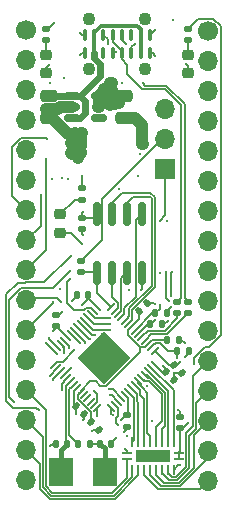
<source format=gbr>
%TF.GenerationSoftware,KiCad,Pcbnew,8.0.2-1*%
%TF.CreationDate,2024-05-26T22:58:53-07:00*%
%TF.ProjectId,PicoROM,5069636f-524f-44d2-9e6b-696361645f70,1.1*%
%TF.SameCoordinates,Original*%
%TF.FileFunction,Copper,L1,Top*%
%TF.FilePolarity,Positive*%
%FSLAX46Y46*%
G04 Gerber Fmt 4.6, Leading zero omitted, Abs format (unit mm)*
G04 Created by KiCad (PCBNEW 8.0.2-1) date 2024-05-26 22:58:53*
%MOMM*%
%LPD*%
G01*
G04 APERTURE LIST*
G04 Aperture macros list*
%AMRoundRect*
0 Rectangle with rounded corners*
0 $1 Rounding radius*
0 $2 $3 $4 $5 $6 $7 $8 $9 X,Y pos of 4 corners*
0 Add a 4 corners polygon primitive as box body*
4,1,4,$2,$3,$4,$5,$6,$7,$8,$9,$2,$3,0*
0 Add four circle primitives for the rounded corners*
1,1,$1+$1,$2,$3*
1,1,$1+$1,$4,$5*
1,1,$1+$1,$6,$7*
1,1,$1+$1,$8,$9*
0 Add four rect primitives between the rounded corners*
20,1,$1+$1,$2,$3,$4,$5,0*
20,1,$1+$1,$4,$5,$6,$7,0*
20,1,$1+$1,$6,$7,$8,$9,0*
20,1,$1+$1,$8,$9,$2,$3,0*%
G04 Aperture macros list end*
%TA.AperFunction,SMDPad,CuDef*%
%ADD10RoundRect,0.218750X0.256250X-0.218750X0.256250X0.218750X-0.256250X0.218750X-0.256250X-0.218750X0*%
%TD*%
%TA.AperFunction,SMDPad,CuDef*%
%ADD11RoundRect,0.140000X-0.170000X0.140000X-0.170000X-0.140000X0.170000X-0.140000X0.170000X0.140000X0*%
%TD*%
%TA.AperFunction,SMDPad,CuDef*%
%ADD12R,2.000000X2.400000*%
%TD*%
%TA.AperFunction,SMDPad,CuDef*%
%ADD13RoundRect,0.140000X0.170000X-0.140000X0.170000X0.140000X-0.170000X0.140000X-0.170000X-0.140000X0*%
%TD*%
%TA.AperFunction,SMDPad,CuDef*%
%ADD14RoundRect,0.050000X-0.309359X0.238649X0.238649X-0.309359X0.309359X-0.238649X-0.238649X0.309359X0*%
%TD*%
%TA.AperFunction,SMDPad,CuDef*%
%ADD15RoundRect,0.050000X-0.309359X-0.238649X-0.238649X-0.309359X0.309359X0.238649X0.238649X0.309359X0*%
%TD*%
%TA.AperFunction,ComponentPad*%
%ADD16C,0.600000*%
%TD*%
%TA.AperFunction,SMDPad,CuDef*%
%ADD17RoundRect,0.144000X-2.059095X0.000000X0.000000X-2.059095X2.059095X0.000000X0.000000X2.059095X0*%
%TD*%
%TA.AperFunction,SMDPad,CuDef*%
%ADD18RoundRect,0.140000X-0.140000X-0.170000X0.140000X-0.170000X0.140000X0.170000X-0.140000X0.170000X0*%
%TD*%
%TA.AperFunction,SMDPad,CuDef*%
%ADD19RoundRect,0.150000X0.150000X-0.825000X0.150000X0.825000X-0.150000X0.825000X-0.150000X-0.825000X0*%
%TD*%
%TA.AperFunction,SMDPad,CuDef*%
%ADD20RoundRect,0.075000X0.075000X0.425000X-0.075000X0.425000X-0.075000X-0.425000X0.075000X-0.425000X0*%
%TD*%
%TA.AperFunction,ComponentPad*%
%ADD21C,1.100000*%
%TD*%
%TA.AperFunction,SMDPad,CuDef*%
%ADD22RoundRect,0.150000X-0.512500X-0.150000X0.512500X-0.150000X0.512500X0.150000X-0.512500X0.150000X0*%
%TD*%
%TA.AperFunction,SMDPad,CuDef*%
%ADD23RoundRect,0.250000X-0.475000X0.250000X-0.475000X-0.250000X0.475000X-0.250000X0.475000X0.250000X0*%
%TD*%
%TA.AperFunction,SMDPad,CuDef*%
%ADD24RoundRect,0.140000X-0.219203X-0.021213X-0.021213X-0.219203X0.219203X0.021213X0.021213X0.219203X0*%
%TD*%
%TA.AperFunction,SMDPad,CuDef*%
%ADD25RoundRect,0.140000X0.140000X0.170000X-0.140000X0.170000X-0.140000X-0.170000X0.140000X-0.170000X0*%
%TD*%
%TA.AperFunction,SMDPad,CuDef*%
%ADD26RoundRect,0.140000X0.021213X-0.219203X0.219203X-0.021213X-0.021213X0.219203X-0.219203X0.021213X0*%
%TD*%
%TA.AperFunction,ComponentPad*%
%ADD27R,1.700000X1.700000*%
%TD*%
%TA.AperFunction,ComponentPad*%
%ADD28O,1.700000X1.700000*%
%TD*%
%TA.AperFunction,SMDPad,CuDef*%
%ADD29RoundRect,0.062500X-0.350000X0.062500X-0.350000X-0.062500X0.350000X-0.062500X0.350000X0.062500X0*%
%TD*%
%TA.AperFunction,SMDPad,CuDef*%
%ADD30RoundRect,0.062500X-0.062500X0.350000X-0.062500X-0.350000X0.062500X-0.350000X0.062500X0.350000X0*%
%TD*%
%TA.AperFunction,SMDPad,CuDef*%
%ADD31R,3.000000X1.000000*%
%TD*%
%TA.AperFunction,ComponentPad*%
%ADD32C,1.700000*%
%TD*%
%TA.AperFunction,ViaPad*%
%ADD33C,0.300000*%
%TD*%
%TA.AperFunction,Conductor*%
%ADD34C,0.150000*%
%TD*%
%TA.AperFunction,Conductor*%
%ADD35C,1.000000*%
%TD*%
%TA.AperFunction,Conductor*%
%ADD36C,0.300000*%
%TD*%
%TA.AperFunction,Conductor*%
%ADD37C,0.600000*%
%TD*%
%TA.AperFunction,Conductor*%
%ADD38C,0.400000*%
%TD*%
%TA.AperFunction,Conductor*%
%ADD39C,0.176500*%
%TD*%
G04 APERTURE END LIST*
D10*
%TO.P,D2,1,K*%
%TO.N,GND*%
X-34505000Y52112500D03*
%TO.P,D2,2,A*%
%TO.N,Net-(D2-A)*%
X-34505000Y53687500D03*
%TD*%
D11*
%TO.P,C12,1*%
%TO.N,+3V3*%
X-39695000Y23170000D03*
%TO.P,C12,2*%
%TO.N,GND*%
X-39695000Y22210000D03*
%TD*%
D12*
%TO.P,Y1,1,1*%
%TO.N,/XIN*%
X-45255000Y18400000D03*
%TO.P,Y1,2,2*%
%TO.N,Net-(C3-Pad1)*%
X-41555000Y18400000D03*
%TD*%
D13*
%TO.P,C17,1*%
%TO.N,+3V3*%
X-45655000Y30710000D03*
%TO.P,C17,2*%
%TO.N,GND*%
X-45655000Y31670000D03*
%TD*%
%TO.P,R2,1*%
%TO.N,Net-(D4-A)*%
X-46505000Y54920000D03*
%TO.P,R2,2*%
%TO.N,/INFO_LED2*%
X-46505000Y55880000D03*
%TD*%
%TO.P,R9,1*%
%TO.N,Net-(D1-A)*%
X-43505000Y41420000D03*
%TO.P,R9,2*%
%TO.N,+3V3*%
X-43505000Y42380000D03*
%TD*%
D11*
%TO.P,R4,1*%
%TO.N,/USB_D-*%
X-34475000Y32760000D03*
%TO.P,R4,2*%
%TO.N,Net-(U3-USB_DM)*%
X-34475000Y31800000D03*
%TD*%
D13*
%TO.P,R10,1*%
%TO.N,Net-(D2-A)*%
X-34505000Y54920000D03*
%TO.P,R10,2*%
%TO.N,/INFO_LED1*%
X-34505000Y55880000D03*
%TD*%
D10*
%TO.P,D1,1,K*%
%TO.N,GND*%
X-45305000Y38612500D03*
%TO.P,D1,2,A*%
%TO.N,Net-(D1-A)*%
X-45305000Y40187500D03*
%TD*%
D14*
%TO.P,U3,1,IOVDD*%
%TO.N,+3V3*%
X-42168265Y32297279D03*
%TO.P,U3,2,GPIO0*%
%TO.N,/A0*%
X-42451108Y32014436D03*
%TO.P,U3,3,GPIO1*%
%TO.N,/A1*%
X-42733950Y31731594D03*
%TO.P,U3,4,GPIO2*%
%TO.N,/A2*%
X-43016793Y31448751D03*
%TO.P,U3,5,GPIO3*%
%TO.N,/A3*%
X-43299636Y31165908D03*
%TO.P,U3,6,GPIO4*%
%TO.N,/A4*%
X-43582478Y30883066D03*
%TO.P,U3,7,GPIO5*%
%TO.N,/A5*%
X-43865321Y30600223D03*
%TO.P,U3,8,GPIO6*%
%TO.N,/A6*%
X-44148164Y30317380D03*
%TO.P,U3,9,GPIO7*%
%TO.N,/A7*%
X-44431007Y30034537D03*
%TO.P,U3,10,IOVDD*%
%TO.N,+3V3*%
X-44713849Y29751695D03*
%TO.P,U3,11,GPIO8*%
%TO.N,/A8*%
X-44996692Y29468852D03*
%TO.P,U3,12,GPIO9*%
%TO.N,/A9*%
X-45279535Y29186009D03*
%TO.P,U3,13,GPIO10*%
%TO.N,/A10*%
X-45562377Y28903167D03*
%TO.P,U3,14,GPIO11*%
%TO.N,/A11*%
X-45845220Y28620324D03*
D15*
%TO.P,U3,15,GPIO12*%
%TO.N,/A12*%
X-45845220Y27435920D03*
%TO.P,U3,16,GPIO13*%
%TO.N,/A13*%
X-45562377Y27153077D03*
%TO.P,U3,17,GPIO14*%
%TO.N,/A14*%
X-45279535Y26870235D03*
%TO.P,U3,18,GPIO15*%
%TO.N,/A15*%
X-44996692Y26587392D03*
%TO.P,U3,19,TESTEN*%
%TO.N,GND*%
X-44713849Y26304549D03*
%TO.P,U3,20,XIN*%
%TO.N,/XIN*%
X-44431007Y26021707D03*
%TO.P,U3,21,XOUT*%
%TO.N,/XOUT*%
X-44148164Y25738864D03*
%TO.P,U3,22,IOVDD*%
%TO.N,+3V3*%
X-43865321Y25456021D03*
%TO.P,U3,23,DVDD*%
%TO.N,+1V1*%
X-43582478Y25173178D03*
%TO.P,U3,24,SWCLK*%
%TO.N,unconnected-(U3-SWCLK-Pad24)*%
X-43299636Y24890336D03*
%TO.P,U3,25,SWD*%
%TO.N,unconnected-(U3-SWD-Pad25)*%
X-43016793Y24607493D03*
%TO.P,U3,26,RUN*%
%TO.N,unconnected-(U3-RUN-Pad26)*%
X-42733950Y24324650D03*
%TO.P,U3,27,GPIO16*%
%TO.N,/A16*%
X-42451108Y24041808D03*
%TO.P,U3,28,GPIO17*%
%TO.N,/A17*%
X-42168265Y23758965D03*
D14*
%TO.P,U3,29,GPIO18*%
%TO.N,/IO_EXPAND*%
X-40983861Y23758965D03*
%TO.P,U3,30,GPIO19*%
%TO.N,/~{BUF_OE}*%
X-40701018Y24041808D03*
%TO.P,U3,31,GPIO20*%
%TO.N,/~{OE}*%
X-40418176Y24324650D03*
%TO.P,U3,32,GPIO21*%
%TO.N,/~{CE}*%
X-40135333Y24607493D03*
%TO.P,U3,33,IOVDD*%
%TO.N,+3V3*%
X-39852490Y24890336D03*
%TO.P,U3,34,GPIO22*%
%TO.N,/D0*%
X-39569648Y25173178D03*
%TO.P,U3,35,GPIO23*%
%TO.N,/D1*%
X-39286805Y25456021D03*
%TO.P,U3,36,GPIO24*%
%TO.N,/D2*%
X-39003962Y25738864D03*
%TO.P,U3,37,GPIO25*%
%TO.N,/D3*%
X-38721119Y26021707D03*
%TO.P,U3,38,GPIO26_ADC0*%
%TO.N,/D4*%
X-38438277Y26304549D03*
%TO.P,U3,39,GPIO27_ADC1*%
%TO.N,/D5*%
X-38155434Y26587392D03*
%TO.P,U3,40,GPIO28_ADC2*%
%TO.N,/D6*%
X-37872591Y26870235D03*
%TO.P,U3,41,GPIO29_ADC3*%
%TO.N,/D7*%
X-37589749Y27153077D03*
%TO.P,U3,42,IOVDD*%
%TO.N,+3V3*%
X-37306906Y27435920D03*
D15*
%TO.P,U3,43,ADC_AVDD*%
X-37306906Y28620324D03*
%TO.P,U3,44,VREG_IN*%
X-37589749Y28903167D03*
%TO.P,U3,45,VREG_VOUT*%
%TO.N,+1V1*%
X-37872591Y29186009D03*
%TO.P,U3,46,USB_DM*%
%TO.N,Net-(U3-USB_DM)*%
X-38155434Y29468852D03*
%TO.P,U3,47,USB_DP*%
%TO.N,Net-(U3-USB_DP)*%
X-38438277Y29751695D03*
%TO.P,U3,48,USB_VDD*%
%TO.N,+3V3*%
X-38721119Y30034537D03*
%TO.P,U3,49,IOVDD*%
X-39003962Y30317380D03*
%TO.P,U3,50,DVDD*%
%TO.N,+1V1*%
X-39286805Y30600223D03*
%TO.P,U3,51,QSPI_SD3*%
%TO.N,/QSPI_SD3*%
X-39569648Y30883066D03*
%TO.P,U3,52,QSPI_SCLK*%
%TO.N,/QSPI_SCLK*%
X-39852490Y31165908D03*
%TO.P,U3,53,QSPI_SD0*%
%TO.N,/QSPI_SD0*%
X-40135333Y31448751D03*
%TO.P,U3,54,QSPI_SD2*%
%TO.N,/QSPI_SD2*%
X-40418176Y31731594D03*
%TO.P,U3,55,QSPI_SD1*%
%TO.N,/QSPI_SD1*%
X-40701018Y32014436D03*
%TO.P,U3,56,QSPI_SS*%
%TO.N,/QSPI_SS*%
X-40983861Y32297279D03*
D16*
%TO.P,U3,57,GND*%
%TO.N,GND*%
X-41576063Y29831244D03*
X-42477624Y28929683D03*
X-43379185Y28028122D03*
X-40674502Y28929683D03*
X-41576063Y28028122D03*
D17*
X-41576063Y28028122D03*
D16*
X-42477624Y27126561D03*
X-39772941Y28028122D03*
X-40674502Y27126561D03*
X-41576063Y26225000D03*
%TD*%
D18*
%TO.P,R5,1*%
%TO.N,/XOUT*%
X-43785000Y20770000D03*
%TO.P,R5,2*%
%TO.N,Net-(C3-Pad1)*%
X-42825000Y20770000D03*
%TD*%
D19*
%TO.P,U2,1,~{CS}*%
%TO.N,/QSPI_SS*%
X-42230000Y35235000D03*
%TO.P,U2,2,DO(IO1)*%
%TO.N,/QSPI_SD1*%
X-40960000Y35235000D03*
%TO.P,U2,3,IO2*%
%TO.N,/QSPI_SD2*%
X-39690000Y35235000D03*
%TO.P,U2,4,GND*%
%TO.N,GND*%
X-38420000Y35235000D03*
%TO.P,U2,5,DI(IO0)*%
%TO.N,/QSPI_SD0*%
X-38420000Y40185000D03*
%TO.P,U2,6,CLK*%
%TO.N,/QSPI_SCLK*%
X-39690000Y40185000D03*
%TO.P,U2,7,IO3*%
%TO.N,/QSPI_SD3*%
X-40960000Y40185000D03*
%TO.P,U2,8,VCC*%
%TO.N,+3V3*%
X-42230000Y40185000D03*
%TD*%
D18*
%TO.P,C10,1*%
%TO.N,+3V3*%
X-35395000Y28620000D03*
%TO.P,C10,2*%
%TO.N,GND*%
X-34435000Y28620000D03*
%TD*%
D20*
%TO.P,J1,A1,GND*%
%TO.N,GND*%
X-37725000Y53840000D03*
%TO.P,J1,A4,VBUS*%
%TO.N,/VBUS*%
X-38515000Y53840000D03*
%TO.P,J1,A5,CC1*%
%TO.N,Net-(J1-CC1)*%
X-39305000Y53840000D03*
%TO.P,J1,A6,D+*%
%TO.N,/USB_D+*%
X-40095000Y53840000D03*
%TO.P,J1,A7,D-*%
%TO.N,/USB_D-*%
X-40885000Y53840000D03*
%TO.P,J1,A8,SBU1*%
%TO.N,unconnected-(J1-SBU1-PadA8)*%
X-41675000Y53840000D03*
%TO.P,J1,A9,VBUS*%
%TO.N,/VBUS*%
X-42465000Y53840000D03*
%TO.P,J1,A12,GND*%
%TO.N,GND*%
X-43255000Y53840000D03*
%TO.P,J1,B1,GND*%
X-43255000Y55360000D03*
%TO.P,J1,B4,VBUS*%
%TO.N,/VBUS*%
X-42465000Y55360000D03*
%TO.P,J1,B5,CC2*%
%TO.N,Net-(J1-CC2)*%
X-41675000Y55360000D03*
%TO.P,J1,B6,D+*%
%TO.N,/USB_D+*%
X-40885000Y55360000D03*
%TO.P,J1,B7,D-*%
%TO.N,/USB_D-*%
X-40095000Y55360000D03*
%TO.P,J1,B8,SBU2*%
%TO.N,unconnected-(J1-SBU2-PadB8)*%
X-39305000Y55360000D03*
%TO.P,J1,B9,VBUS*%
%TO.N,/VBUS*%
X-38515000Y55360000D03*
%TO.P,J1,B12,GND*%
%TO.N,GND*%
X-37725000Y55360000D03*
D21*
%TO.P,J1,S1,SHIELD*%
X-38105000Y52450000D03*
X-38105000Y56750000D03*
X-42905000Y52450000D03*
X-42905000Y56750000D03*
%TD*%
D18*
%TO.P,C8,1*%
%TO.N,+1V1*%
X-36255000Y29540000D03*
%TO.P,C8,2*%
%TO.N,GND*%
X-35295000Y29540000D03*
%TD*%
%TO.P,C3,1*%
%TO.N,Net-(C3-Pad1)*%
X-41955000Y20760000D03*
%TO.P,C3,2*%
%TO.N,GND*%
X-40995000Y20760000D03*
%TD*%
D22*
%TO.P,U1,1,VIN*%
%TO.N,/VBUS*%
X-44282500Y50200000D03*
%TO.P,U1,2,GND*%
%TO.N,GND*%
X-44282500Y49250000D03*
%TO.P,U1,3,EN*%
%TO.N,/VBUS*%
X-44282500Y48300000D03*
%TO.P,U1,4,NC*%
%TO.N,unconnected-(U1-NC-Pad4)*%
X-42007500Y48300000D03*
%TO.P,U1,5,VOUT*%
%TO.N,+3V3*%
X-42007500Y50200000D03*
%TD*%
D23*
%TO.P,C4,1*%
%TO.N,+3V3*%
X-39956000Y50200000D03*
%TO.P,C4,2*%
%TO.N,GND*%
X-39956000Y48300000D03*
%TD*%
D24*
%TO.P,C13,1*%
%TO.N,+3V3*%
X-44004411Y23919411D03*
%TO.P,C13,2*%
%TO.N,GND*%
X-43325589Y23240589D03*
%TD*%
%TO.P,C9,1*%
%TO.N,+3V3*%
X-35714411Y27439411D03*
%TO.P,C9,2*%
%TO.N,GND*%
X-35035589Y26760589D03*
%TD*%
%TO.P,C11,1*%
%TO.N,+3V3*%
X-36374411Y26789411D03*
%TO.P,C11,2*%
%TO.N,GND*%
X-35695589Y26110589D03*
%TD*%
D13*
%TO.P,R1,1*%
%TO.N,/QSPI_SS*%
X-43525000Y35260000D03*
%TO.P,R1,2*%
%TO.N,/~{USB_BOOT}*%
X-43525000Y36220000D03*
%TD*%
%TO.P,C18,1*%
%TO.N,/VSYS*%
X-35175000Y22090000D03*
%TO.P,C18,2*%
%TO.N,GND*%
X-35175000Y23050000D03*
%TD*%
D18*
%TO.P,C15,1*%
%TO.N,+3V3*%
X-37695000Y30870000D03*
%TO.P,C15,2*%
%TO.N,GND*%
X-36735000Y30870000D03*
%TD*%
D25*
%TO.P,C16,1*%
%TO.N,+3V3*%
X-42965000Y33370000D03*
%TO.P,C16,2*%
%TO.N,GND*%
X-43925000Y33370000D03*
%TD*%
%TO.P,C2,1*%
%TO.N,/XIN*%
X-44705000Y20760000D03*
%TO.P,C2,2*%
%TO.N,GND*%
X-45665000Y20760000D03*
%TD*%
D26*
%TO.P,C7,1*%
%TO.N,+1V1*%
X-38614411Y32000589D03*
%TO.P,C7,2*%
%TO.N,GND*%
X-37935589Y32679411D03*
%TD*%
D11*
%TO.P,C5,1*%
%TO.N,+3V3*%
X-43505000Y39880000D03*
%TO.P,C5,2*%
%TO.N,GND*%
X-43505000Y38920000D03*
%TD*%
D23*
%TO.P,C1,1*%
%TO.N,/VBUS*%
X-46306000Y50200000D03*
%TO.P,C1,2*%
%TO.N,GND*%
X-46306000Y48300000D03*
%TD*%
D24*
%TO.P,C6,1*%
%TO.N,+1V1*%
X-42694411Y22599411D03*
%TO.P,C6,2*%
%TO.N,GND*%
X-42015589Y21920589D03*
%TD*%
D18*
%TO.P,C14,1*%
%TO.N,+3V3*%
X-37255000Y31800000D03*
%TO.P,C14,2*%
%TO.N,GND*%
X-36295000Y31800000D03*
%TD*%
D10*
%TO.P,D4,1,K*%
%TO.N,GND*%
X-46505000Y52112500D03*
%TO.P,D4,2,A*%
%TO.N,Net-(D4-A)*%
X-46505000Y53687500D03*
%TD*%
D11*
%TO.P,R3,1*%
%TO.N,/USB_D+*%
X-35395000Y32750000D03*
%TO.P,R3,2*%
%TO.N,Net-(U3-USB_DP)*%
X-35395000Y31790000D03*
%TD*%
D27*
%TO.P,J2,1,Pin_1*%
%TO.N,/EXT_RESET*%
X-36425000Y43990000D03*
D28*
%TO.P,J2,2,Pin_2*%
%TO.N,/~{USB_BOOT}*%
X-36425000Y46530000D03*
%TO.P,J2,3,Pin_3*%
%TO.N,GND*%
X-36425000Y49070000D03*
%TD*%
D29*
%TO.P,U4,1,A->B*%
%TO.N,/VSYS*%
X-35267500Y19962500D03*
D30*
%TO.P,U4,2,A0*%
%TO.N,/D7*%
X-35705000Y20900000D03*
%TO.P,U4,3,A1*%
%TO.N,/D6*%
X-36205000Y20900000D03*
%TO.P,U4,4,A2*%
%TO.N,/D5*%
X-36705000Y20900000D03*
%TO.P,U4,5,A3*%
%TO.N,/D4*%
X-37205000Y20900000D03*
%TO.P,U4,6,A4*%
%TO.N,/D3*%
X-37705000Y20900000D03*
%TO.P,U4,7,A5*%
%TO.N,/D2*%
X-38205000Y20900000D03*
%TO.P,U4,8,A6*%
%TO.N,/D1*%
X-38705000Y20900000D03*
%TO.P,U4,9,A7*%
%TO.N,/D0*%
X-39205000Y20900000D03*
D29*
%TO.P,U4,10,GND*%
%TO.N,GND*%
X-39642500Y19962500D03*
%TO.P,U4,11,B7*%
%TO.N,/PIN_D0*%
X-39642500Y19462500D03*
D30*
%TO.P,U4,12,B6*%
%TO.N,/PIN_D1*%
X-39205000Y18525000D03*
%TO.P,U4,13,B5*%
%TO.N,/PIN_D2*%
X-38705000Y18525000D03*
%TO.P,U4,14,B4*%
%TO.N,/PIN_D3*%
X-38205000Y18525000D03*
%TO.P,U4,15,B3*%
%TO.N,/PIN_D4*%
X-37705000Y18525000D03*
%TO.P,U4,16,B2*%
%TO.N,/PIN_D5*%
X-37205000Y18525000D03*
%TO.P,U4,17,B1*%
%TO.N,/PIN_D6*%
X-36705000Y18525000D03*
%TO.P,U4,18,B0*%
%TO.N,/PIN_D7*%
X-36205000Y18525000D03*
%TO.P,U4,19,CE*%
%TO.N,/~{BUF_OE}*%
X-35705000Y18525000D03*
D29*
%TO.P,U4,20,VCC*%
%TO.N,/VSYS*%
X-35267500Y19462500D03*
D31*
%TO.P,U4,21*%
%TO.N,N/C*%
X-37455000Y19712500D03*
%TD*%
D32*
%TO.P,J4,1,Pin_1*%
%TO.N,/VSYS*%
X-32766000Y55718000D03*
D28*
%TO.P,J4,2,Pin_2*%
%TO.N,unconnected-(J4-Pin_2-Pad2)*%
X-32766000Y53178000D03*
%TO.P,J4,3,Pin_3*%
%TO.N,/PIN_A17*%
X-32766000Y50638000D03*
%TO.P,J4,4,Pin_4*%
%TO.N,/PIN_A14*%
X-32766000Y48098000D03*
%TO.P,J4,5,Pin_5*%
%TO.N,/PIN_A13*%
X-32766000Y45558000D03*
%TO.P,J4,6,Pin_6*%
%TO.N,/PIN_A8*%
X-32766000Y43018000D03*
%TO.P,J4,7,Pin_7*%
%TO.N,/PIN_A9*%
X-32766000Y40478000D03*
%TO.P,J4,8,Pin_8*%
%TO.N,/PIN_A11*%
X-32766000Y37938000D03*
%TO.P,J4,9,Pin_9*%
%TO.N,/~{PIN_OE}*%
X-32766000Y35398000D03*
%TO.P,J4,10,Pin_10*%
%TO.N,/PIN_A10*%
X-32766000Y32858000D03*
%TO.P,J4,11,Pin_11*%
%TO.N,/~{PIN_CE}*%
X-32766000Y30318000D03*
%TO.P,J4,12,Pin_12*%
%TO.N,/PIN_D7*%
X-32766000Y27778000D03*
%TO.P,J4,13,Pin_13*%
%TO.N,/PIN_D6*%
X-32766000Y25238000D03*
%TO.P,J4,14,Pin_14*%
%TO.N,/PIN_D5*%
X-32766000Y22698000D03*
%TO.P,J4,15,Pin_15*%
%TO.N,/PIN_D4*%
X-32766000Y20158000D03*
%TO.P,J4,16,Pin_16*%
%TO.N,/PIN_D3*%
X-32766000Y17618000D03*
%TD*%
D32*
%TO.P,J3,1,Pin_1*%
%TO.N,unconnected-(J3-Pin_1-Pad1)*%
X-48205000Y55749000D03*
D28*
%TO.P,J3,2,Pin_2*%
%TO.N,/PIN_A16*%
X-48205000Y53209000D03*
%TO.P,J3,3,Pin_3*%
%TO.N,/PIN_A15*%
X-48205000Y50669000D03*
%TO.P,J3,4,Pin_4*%
%TO.N,/PIN_A12*%
X-48205000Y48129000D03*
%TO.P,J3,5,Pin_5*%
%TO.N,/PIN_A7*%
X-48205000Y45589000D03*
%TO.P,J3,6,Pin_6*%
%TO.N,/PIN_A6*%
X-48205000Y43049000D03*
%TO.P,J3,7,Pin_7*%
%TO.N,/PIN_A5*%
X-48205000Y40509000D03*
%TO.P,J3,8,Pin_8*%
%TO.N,/PIN_A4*%
X-48205000Y37969000D03*
%TO.P,J3,9,Pin_9*%
%TO.N,/PIN_A3*%
X-48205000Y35429000D03*
%TO.P,J3,10,Pin_10*%
%TO.N,/PIN_A2*%
X-48205000Y32889000D03*
%TO.P,J3,11,Pin_11*%
%TO.N,/PIN_A1*%
X-48205000Y30349000D03*
%TO.P,J3,12,Pin_12*%
%TO.N,/PIN_A0*%
X-48205000Y27809000D03*
%TO.P,J3,13,Pin_13*%
%TO.N,/PIN_D0*%
X-48205000Y25269000D03*
%TO.P,J3,14,Pin_14*%
%TO.N,/PIN_D1*%
X-48205000Y22729000D03*
%TO.P,J3,15,Pin_15*%
%TO.N,/PIN_D2*%
X-48205000Y20189000D03*
%TO.P,J3,16,Pin_16*%
%TO.N,GND*%
X-48205000Y17649000D03*
%TD*%
D33*
%TO.N,GND*%
X-44095000Y45440000D03*
X-35305000Y23640000D03*
X-40105000Y51300000D03*
X-45165000Y31940000D03*
X-40365000Y42300000D03*
X-43425000Y38430000D03*
X-43545000Y46560000D03*
X-45195000Y25340000D03*
X-35695000Y26740000D03*
X-42615000Y21870000D03*
X-44675000Y43130000D03*
X-43645000Y53700000D03*
X-38395000Y46700000D03*
X-34725000Y28130000D03*
X-36245000Y39640000D03*
X-46305000Y52800000D03*
X-36855000Y35210000D03*
X-37325000Y32550000D03*
X-43545000Y46000000D03*
X-44055000Y47060000D03*
X-43505000Y47060000D03*
X-38535000Y45290000D03*
X-43425000Y22740000D03*
X-40585000Y21230000D03*
X-38495000Y33760000D03*
X-34785000Y29250000D03*
X-45365000Y33820000D03*
X-38405000Y46130000D03*
X-43505000Y37700000D03*
X-44085000Y46010000D03*
X-46145000Y20520000D03*
X-44345000Y32870000D03*
X-44055000Y46560000D03*
X-43545000Y45400000D03*
X-37305000Y55810000D03*
X-35935000Y32320000D03*
X-36225000Y31140000D03*
X-37945000Y25620000D03*
X-39637488Y21370857D03*
X-34705000Y52900000D03*
X-39805000Y20300000D03*
X-45005000Y51700000D03*
X-43635000Y55490000D03*
X-35755000Y56670000D03*
X-37265000Y53610000D03*
X-43815000Y44960000D03*
X-39895000Y21770000D03*
X-45141867Y43217537D03*
X-46205000Y51280000D03*
X-38535000Y47880000D03*
X-39455000Y33810000D03*
X-38415000Y47300000D03*
%TO.N,+3V3*%
X-42045000Y49260000D03*
X-45925000Y30260000D03*
X-35456686Y28048439D03*
X-37535000Y22670000D03*
X-43505000Y32500000D03*
X-46055000Y43150000D03*
X-36615000Y27320000D03*
X-40185000Y22770000D03*
X-41105000Y50210000D03*
X-41705000Y49600000D03*
X-43505000Y43400000D03*
X-38705000Y43390000D03*
X-41145000Y49470000D03*
X-36859222Y32456844D03*
X-44015000Y23310000D03*
X-37305000Y31230000D03*
X-41605000Y50810000D03*
X-43425000Y40400000D03*
X-41065000Y51260000D03*
X-35145000Y27690000D03*
X-40905000Y50710000D03*
%TO.N,Net-(J1-CC1)*%
X-38995000Y54610000D03*
%TO.N,/USB_D-*%
X-40575000Y53900000D03*
X-39755000Y54590000D03*
X-38305000Y51270000D03*
%TO.N,Net-(J1-CC2)*%
X-41305000Y54600000D03*
%TO.N,/A16*%
X-42485000Y25250000D03*
%TO.N,/A15*%
X-44395000Y27180000D03*
%TO.N,/A12*%
X-44136156Y28648224D03*
%TO.N,/A7*%
X-43675619Y29259655D03*
%TO.N,/A6*%
X-43200939Y29277154D03*
%TO.N,/A5*%
X-42835000Y29580000D03*
%TO.N,/A4*%
X-42415000Y29920000D03*
%TO.N,/A3*%
X-41115000Y30419994D03*
%TO.N,/A2*%
X-41115000Y30894997D03*
%TO.N,/A1*%
X-41115000Y31370000D03*
%TO.N,/A0*%
X-44455000Y34710000D03*
%TO.N,/A17*%
X-42225000Y23110000D03*
%TO.N,/A14*%
X-45923038Y26133331D03*
%TO.N,/A13*%
X-46225000Y26500000D03*
%TO.N,/A8*%
X-44575000Y28830000D03*
%TO.N,/A9*%
X-44985000Y28400000D03*
%TO.N,/A11*%
X-46513226Y29287977D03*
%TO.N,/~{OE}*%
X-44425000Y36630000D03*
X-47145000Y23570000D03*
X-41095000Y24860000D03*
%TO.N,/A10*%
X-46245000Y29680000D03*
%TO.N,/~{CE}*%
X-41175000Y25350000D03*
X-49235000Y24280000D03*
X-44455000Y35360000D03*
%TO.N,/PIN_A1*%
X-45925000Y32730000D03*
%TO.N,/PIN_A2*%
X-45225000Y32770000D03*
%TO.N,/PIN_A5*%
X-46415000Y46550000D03*
%TO.N,/~{BUF_OE}*%
X-40395000Y22310000D03*
X-35215000Y18920000D03*
%TO.N,/PIN_A3*%
X-46515000Y44840000D03*
%TO.N,/VSYS*%
X-34505000Y22500000D03*
%TO.N,/PIN_A4*%
X-46945000Y41780000D03*
%TO.N,/EXT_RESET*%
X-36885000Y39640000D03*
%TO.N,/INFO_LED2*%
X-45805000Y56400000D03*
%TO.N,/INFO_LED1*%
X-34005000Y27500000D03*
%TO.N,/IO_EXPAND*%
X-40885000Y23210000D03*
%TO.N,/EXT_RESET_VALUE*%
X-36095000Y32800000D03*
X-36384277Y35273611D03*
%TO.N,/EXT_RESET_EN*%
X-35971913Y33258778D03*
X-35895000Y35300000D03*
%TD*%
D34*
%TO.N,GND*%
X-43325589Y22839411D02*
X-43425000Y22740000D01*
X-36295000Y31960000D02*
X-35935000Y32320000D01*
D35*
X-44689816Y46980000D02*
X-46009816Y48300000D01*
X-38415000Y46220000D02*
X-38405000Y46210000D01*
X-38415000Y46680000D02*
X-38395000Y46700000D01*
D34*
X-39642500Y20137500D02*
X-39805000Y20300000D01*
X-37495000Y53840000D02*
X-37265000Y53610000D01*
X-36735000Y30870000D02*
X-36495000Y30870000D01*
D35*
X-38535000Y47880000D02*
X-38525000Y47880000D01*
D34*
X-45905000Y20760000D02*
X-46145000Y20520000D01*
X-44417500Y38612500D02*
X-43505000Y37700000D01*
D35*
X-38415000Y47300000D02*
X-38415000Y47770000D01*
X-43695000Y46920000D02*
X-43695000Y46980000D01*
D34*
X-43255000Y53840000D02*
X-43505000Y53840000D01*
D35*
X-44275000Y45260000D02*
X-44095000Y45440000D01*
X-46306000Y48300000D02*
X-46306000Y48881000D01*
X-38415000Y46220000D02*
X-38415000Y46680000D01*
D34*
X-38420000Y33835000D02*
X-38495000Y33760000D01*
D35*
X-38405000Y46210000D02*
X-38405000Y46130000D01*
X-43975000Y46980000D02*
X-44055000Y47060000D01*
X-44055000Y47060000D02*
X-44135000Y46980000D01*
D34*
X-36495000Y30870000D02*
X-36225000Y31140000D01*
X-43925000Y33370000D02*
X-43925000Y33290000D01*
X-34505000Y52112500D02*
X-34505000Y52700000D01*
X-37935589Y32679411D02*
X-37454411Y32679411D01*
D35*
X-38525000Y47880000D02*
X-38415000Y47770000D01*
D34*
X-46505000Y52600000D02*
X-46305000Y52800000D01*
X-34505000Y52700000D02*
X-34705000Y52900000D01*
X-35295000Y29540000D02*
X-35075000Y29540000D01*
X-39642500Y19962500D02*
X-39642500Y20137500D01*
D35*
X-44055000Y46560000D02*
X-44055000Y46560000D01*
X-44405000Y45360000D02*
X-44305000Y45260000D01*
D34*
X-35175000Y23050000D02*
X-35175000Y23510000D01*
X-37725000Y55390000D02*
X-37305000Y55810000D01*
X-43325589Y23240589D02*
X-43325589Y22839411D01*
D35*
X-43695000Y46200000D02*
X-43545000Y46050000D01*
X-44095000Y45440000D02*
X-43915000Y45260000D01*
D34*
X-43505000Y38920000D02*
X-43505000Y38510000D01*
D35*
X-43775000Y46980000D02*
X-43505000Y47060000D01*
D34*
X-45655000Y31670000D02*
X-45435000Y31670000D01*
X-43505000Y53840000D02*
X-43645000Y53700000D01*
D35*
X-43695000Y46980000D02*
X-43775000Y46980000D01*
X-43545000Y45400000D02*
X-43695000Y46200000D01*
X-43815000Y44960000D02*
X-43695000Y45260000D01*
D34*
X-35175000Y23510000D02*
X-35305000Y23640000D01*
X-45195000Y25823398D02*
X-45195000Y25340000D01*
X-37454411Y32679411D02*
X-37325000Y32550000D01*
X-44713849Y26304549D02*
X-45195000Y25823398D01*
D35*
X-46009816Y48300000D02*
X-46306000Y48300000D01*
D34*
X-45305000Y38612500D02*
X-44417500Y38612500D01*
X-43255000Y55360000D02*
X-43505000Y55360000D01*
X-39695000Y22210000D02*
X-39695000Y21970000D01*
X-37725000Y53840000D02*
X-37495000Y53840000D01*
X-35075000Y29540000D02*
X-34785000Y29250000D01*
D35*
X-38325000Y46130000D02*
X-38395000Y46200000D01*
D34*
X-43505000Y38510000D02*
X-43425000Y38430000D01*
X-43925000Y33290000D02*
X-44345000Y32870000D01*
D35*
X-44055000Y46560000D02*
X-43695000Y46920000D01*
X-44405000Y46190000D02*
X-44085000Y46010000D01*
D34*
X-35674411Y26760589D02*
X-35695000Y26740000D01*
D35*
X-38405000Y46130000D02*
X-38325000Y46130000D01*
D34*
X-37725000Y55360000D02*
X-37725000Y55390000D01*
X-38420000Y35235000D02*
X-38420000Y33835000D01*
X-42015589Y21920589D02*
X-42564411Y21920589D01*
X-35035589Y26760589D02*
X-35674411Y26760589D01*
X-34435000Y28420000D02*
X-34725000Y28130000D01*
X-36295000Y31800000D02*
X-36295000Y31960000D01*
D35*
X-43505000Y47060000D02*
X-43615000Y46980000D01*
D34*
X-42564411Y21920589D02*
X-42615000Y21870000D01*
X-40995000Y20820000D02*
X-40585000Y21230000D01*
D35*
X-46306000Y48881000D02*
X-46485000Y49060000D01*
X-43695000Y45260000D02*
X-43545000Y45400000D01*
D34*
X-35695589Y26739411D02*
X-35695000Y26740000D01*
D35*
X-43615000Y46980000D02*
X-43975000Y46980000D01*
X-38415000Y46720000D02*
X-38415000Y47300000D01*
X-45321990Y49250000D02*
X-44282500Y49250000D01*
X-44305000Y45260000D02*
X-44275000Y45260000D01*
X-39956000Y48300000D02*
X-38945000Y48300000D01*
X-38395000Y46700000D02*
X-38415000Y46720000D01*
D34*
X-34435000Y28620000D02*
X-34435000Y28420000D01*
D35*
X-44085000Y46010000D02*
X-44405000Y45360000D01*
D34*
X-45665000Y20760000D02*
X-45905000Y20760000D01*
X-40995000Y20760000D02*
X-40995000Y20820000D01*
X-35695589Y26110589D02*
X-35695589Y26739411D01*
D35*
X-38945000Y48300000D02*
X-38535000Y47890000D01*
D34*
X-46505000Y52112500D02*
X-46505000Y52600000D01*
D35*
X-38535000Y47890000D02*
X-38535000Y47880000D01*
X-45511990Y49060000D02*
X-45321990Y49250000D01*
D34*
X-45435000Y31670000D02*
X-45165000Y31940000D01*
D35*
X-44135000Y46980000D02*
X-44689816Y46980000D01*
X-43545000Y46000000D02*
X-43545000Y46560000D01*
X-43545000Y46050000D02*
X-43545000Y46000000D01*
X-43915000Y45260000D02*
X-43815000Y44960000D01*
D34*
X-39695000Y21970000D02*
X-39895000Y21770000D01*
D35*
X-46485000Y49060000D02*
X-45511990Y49060000D01*
D34*
X-43505000Y55360000D02*
X-43635000Y55490000D01*
D35*
X-43545000Y46560000D02*
X-44055000Y46560000D01*
D36*
%TO.N,/VBUS*%
X-42465000Y53840000D02*
X-42465000Y55360000D01*
D37*
X-43620001Y50200000D02*
X-43195000Y49774999D01*
D36*
X-38515000Y53840000D02*
X-38515000Y55360000D01*
D37*
X-44282500Y50200000D02*
X-46306000Y50200000D01*
D36*
X-42465000Y55360000D02*
X-42465000Y55531698D01*
D37*
X-41955000Y51865001D02*
X-41955000Y52910000D01*
D36*
X-38775001Y56120000D02*
X-38515000Y55859999D01*
D37*
X-43195000Y49774999D02*
X-43195000Y48725001D01*
X-41955000Y52910000D02*
X-42465000Y53420000D01*
D36*
X-42465000Y55531698D02*
X-41876698Y56120000D01*
D37*
X-43620001Y48300000D02*
X-44282500Y48300000D01*
D36*
X-41876698Y56120000D02*
X-38775001Y56120000D01*
D37*
X-44282500Y50200000D02*
X-43620001Y50200000D01*
D36*
X-38515000Y55859999D02*
X-38515000Y55360000D01*
D37*
X-43620001Y50200000D02*
X-41955000Y51865001D01*
X-43195000Y48725001D02*
X-43620001Y48300000D01*
X-42465000Y53420000D02*
X-42465000Y53840000D01*
D34*
%TO.N,/XIN*%
X-44791358Y25661356D02*
X-44431007Y26021707D01*
X-44705000Y20760000D02*
X-44791358Y20846358D01*
D38*
X-45255000Y18400000D02*
X-45255000Y20210000D01*
D34*
X-44791358Y20846358D02*
X-44791358Y25661356D01*
D38*
X-45255000Y20210000D02*
X-44705000Y20760000D01*
D34*
%TO.N,/XOUT*%
X-44541358Y25345670D02*
X-44148164Y25738864D01*
X-44541358Y21526358D02*
X-44541358Y25345670D01*
X-43785000Y20770000D02*
X-44541358Y21526358D01*
%TO.N,+3V3*%
X-39599994Y24637840D02*
X-39599994Y23265006D01*
D35*
X-41605000Y50602500D02*
X-41605000Y50810000D01*
D34*
X-42965000Y33370000D02*
X-42965000Y33660000D01*
X-35395000Y28110125D02*
X-35456686Y28048439D01*
X-42535000Y39880000D02*
X-42230000Y40185000D01*
X-42965000Y33370000D02*
X-42965000Y33094014D01*
X-45655000Y30710000D02*
X-45655000Y30530000D01*
X-35714411Y27439411D02*
X-35395589Y27439411D01*
D35*
X-42007500Y49357500D02*
X-42045000Y49320000D01*
D34*
X-43505000Y42380000D02*
X-43505000Y43400000D01*
X-39785000Y23170000D02*
X-40185000Y22770000D01*
D35*
X-40705000Y49500000D02*
X-40585000Y49620000D01*
X-41105000Y50510000D02*
X-41105000Y50250000D01*
X-41605000Y50810000D02*
X-41397500Y50810000D01*
D34*
X-36859222Y32195778D02*
X-36859222Y32456844D01*
X-39003962Y30317380D02*
X-38997620Y30317380D01*
D35*
X-41105000Y50250000D02*
X-41105000Y50210000D01*
X-42007500Y50200000D02*
X-41605000Y50602500D01*
X-41725000Y49620000D02*
X-41705000Y49600000D01*
D34*
X-37885656Y30870000D02*
X-37695000Y30870000D01*
D35*
X-41055000Y50200000D02*
X-39956000Y50200000D01*
D34*
X-37205000Y29290000D02*
X-36895000Y29290000D01*
X-44713849Y29751695D02*
X-44713849Y29768849D01*
X-43505000Y40320000D02*
X-43425000Y40400000D01*
X-35395000Y28620000D02*
X-35395000Y28110125D01*
X-45655000Y30710000D02*
X-45655000Y30692846D01*
D35*
X-41105000Y51102500D02*
X-41105000Y50910000D01*
D34*
X-44004411Y23320589D02*
X-44015000Y23310000D01*
X-36895000Y29290000D02*
X-36225000Y28620000D01*
X-38721119Y30034537D02*
X-37885656Y30870000D01*
D35*
X-40995000Y49620000D02*
X-40825000Y49620000D01*
X-41745000Y49620000D02*
X-41725000Y49620000D01*
X-41145000Y49470000D02*
X-40995000Y49620000D01*
D34*
X-42965000Y33370000D02*
X-42965000Y33040000D01*
X-37255000Y31800000D02*
X-36859222Y32195778D01*
D35*
X-40905000Y50710000D02*
X-41105000Y50510000D01*
X-42045000Y49320000D02*
X-42045000Y49260000D01*
D34*
X-44004411Y23919411D02*
X-44004411Y23320589D01*
D35*
X-42007500Y50200000D02*
X-42007500Y49357500D01*
X-41065000Y51142500D02*
X-41065000Y51260000D01*
D34*
X-35395589Y27439411D02*
X-35145000Y27690000D01*
D35*
X-41295000Y49620000D02*
X-41145000Y49470000D01*
X-41705000Y49600000D02*
X-41685000Y49620000D01*
D34*
X-44713849Y29768849D02*
X-45655000Y30710000D01*
X-36225000Y28620000D02*
X-35395000Y28620000D01*
X-36374411Y26789411D02*
X-36374411Y27079411D01*
X-37695000Y30870000D02*
X-37665000Y30870000D01*
X-39599994Y23265006D02*
X-39695000Y23170000D01*
X-36125993Y27439411D02*
X-37306906Y28620324D01*
X-37589749Y28905251D02*
X-37205000Y29290000D01*
X-37665000Y30870000D02*
X-37305000Y31230000D01*
X-36660397Y26789411D02*
X-37306906Y27435920D01*
X-43505000Y39880000D02*
X-43505000Y40320000D01*
X-35714411Y27439411D02*
X-36125993Y27439411D01*
D35*
X-41685000Y49620000D02*
X-41295000Y49620000D01*
D34*
X-44117817Y25203525D02*
X-44117817Y24032817D01*
X-38997620Y30317380D02*
X-37515000Y31800000D01*
D35*
X-41105000Y50250000D02*
X-41105000Y50250000D01*
X-41105000Y50910000D02*
X-40905000Y50710000D01*
D34*
X-43865321Y25456021D02*
X-44117817Y25203525D01*
X-45655000Y30530000D02*
X-45925000Y30260000D01*
D35*
X-41065000Y51260000D02*
X-40947500Y51260000D01*
X-42105000Y49260000D02*
X-42015000Y49350000D01*
X-41105000Y50210000D02*
X-41065000Y50210000D01*
D34*
X-39852490Y24890336D02*
X-39599994Y24637840D01*
D35*
X-42045000Y49260000D02*
X-42105000Y49260000D01*
D34*
X-36374411Y26789411D02*
X-36660397Y26789411D01*
D35*
X-41065000Y50210000D02*
X-41055000Y50200000D01*
D34*
X-39695000Y23170000D02*
X-39785000Y23170000D01*
D35*
X-40585000Y49620000D02*
X-40315000Y49620000D01*
D34*
X-42965000Y33094014D02*
X-42168265Y32297279D01*
X-42965000Y33040000D02*
X-43505000Y32500000D01*
X-36374411Y27079411D02*
X-36615000Y27320000D01*
D35*
X-40947500Y51260000D02*
X-41105000Y51102500D01*
D34*
X-37589749Y28903167D02*
X-37589749Y28905251D01*
D35*
X-41397500Y50810000D02*
X-41065000Y51142500D01*
D34*
X-37515000Y31800000D02*
X-37255000Y31800000D01*
X-44117817Y24032817D02*
X-44004411Y23919411D01*
D35*
X-40825000Y49620000D02*
X-40705000Y49500000D01*
X-42015000Y49350000D02*
X-41745000Y49620000D01*
D34*
X-43505000Y39880000D02*
X-42535000Y39880000D01*
%TO.N,+1V1*%
X-39539301Y29934301D02*
X-38538513Y28933513D01*
X-43834975Y24920681D02*
X-43834975Y24559469D01*
X-39286805Y30600223D02*
X-39539301Y30347727D01*
X-43834975Y24559469D02*
X-42694411Y23418905D01*
X-37872591Y29186009D02*
X-37518600Y29540000D01*
X-42694411Y23418905D02*
X-42694411Y22599411D01*
X-38125087Y28933513D02*
X-37872591Y29186009D01*
X-38614411Y31272617D02*
X-38614411Y32000589D01*
X-38538513Y28933513D02*
X-38125087Y28933513D01*
X-43582478Y25173178D02*
X-43582478Y25202522D01*
X-41942206Y25647206D02*
X-41446749Y25647206D01*
X-42755000Y26030000D02*
X-42325000Y26030000D01*
X-37518600Y29540000D02*
X-36255000Y29540000D01*
X-43582478Y25173178D02*
X-43834975Y24920681D01*
X-38538513Y28555442D02*
X-38538513Y28933513D01*
X-42325000Y26030000D02*
X-41942206Y25647206D01*
X-39286805Y30600223D02*
X-38614411Y31272617D01*
X-43582478Y25202522D02*
X-42755000Y26030000D01*
X-41446749Y25647206D02*
X-38538513Y28555442D01*
X-39539301Y30347727D02*
X-39539301Y29934301D01*
%TO.N,/~{USB_BOOT}*%
X-41755000Y41475686D02*
X-41755000Y37990000D01*
X-36700686Y46530000D02*
X-41755000Y41475686D01*
X-41755000Y37990000D02*
X-43525000Y36220000D01*
X-36425000Y46530000D02*
X-36700686Y46530000D01*
%TO.N,/QSPI_SS*%
X-42230000Y33543418D02*
X-42230000Y35235000D01*
X-42255000Y35260000D02*
X-42230000Y35235000D01*
X-40983861Y32297279D02*
X-42230000Y33543418D01*
X-43525000Y35260000D02*
X-42255000Y35260000D01*
%TO.N,Net-(J1-CC1)*%
X-39305000Y54300000D02*
X-38995000Y54610000D01*
X-39305000Y53840000D02*
X-39305000Y54300000D01*
%TO.N,/QSPI_SD3*%
X-37285000Y34030000D02*
X-37285000Y41620000D01*
X-40960000Y41105000D02*
X-40960000Y40185000D01*
X-39215000Y32100000D02*
X-37285000Y34030000D01*
X-39569648Y30883066D02*
X-39215000Y31237714D01*
X-37675000Y42010000D02*
X-40055000Y42010000D01*
X-40055000Y42010000D02*
X-40960000Y41105000D01*
X-37285000Y41620000D02*
X-37675000Y42010000D01*
X-39215000Y31237714D02*
X-39215000Y32100000D01*
%TO.N,/QSPI_SCLK*%
X-39181776Y41668223D02*
X-39690000Y41159999D01*
X-39465000Y32203553D02*
X-37535000Y34133553D01*
X-39852490Y31165908D02*
X-39465000Y31553398D01*
X-39465000Y31553398D02*
X-39465000Y32203553D01*
X-37535000Y41516446D02*
X-37686777Y41668223D01*
X-37535000Y34133553D02*
X-37535000Y41516446D01*
X-37686777Y41668223D02*
X-39181776Y41668223D01*
X-39690000Y41159999D02*
X-39690000Y40185000D01*
%TO.N,/QSPI_SD0*%
X-38895000Y39710000D02*
X-38420000Y40185000D01*
X-39882837Y32222163D02*
X-38895000Y33210000D01*
X-38895000Y33210000D02*
X-38895000Y39710000D01*
X-39882837Y31701247D02*
X-39882837Y32222163D01*
X-40135333Y31448751D02*
X-39882837Y31701247D01*
%TO.N,/QSPI_SD2*%
X-40165679Y31984091D02*
X-40165679Y34759321D01*
X-40165679Y34759321D02*
X-39690000Y35235000D01*
X-40418176Y31731594D02*
X-40165679Y31984091D01*
%TO.N,/QSPI_SD1*%
X-40448522Y32633522D02*
X-40960000Y33145000D01*
X-40960000Y33145000D02*
X-40960000Y35235000D01*
X-40701018Y32014436D02*
X-40448522Y32266932D01*
X-40448522Y32266932D02*
X-40448522Y32633522D01*
%TO.N,/USB_D+*%
X-40095000Y54070001D02*
X-40095000Y53840000D01*
D39*
X-35070750Y49426698D02*
X-36444008Y50799956D01*
D34*
X-40095000Y53985686D02*
X-40095000Y53840000D01*
D39*
X-35395000Y32750000D02*
X-35070750Y33074250D01*
X-35070750Y33074250D02*
X-35070750Y49426698D01*
D34*
X-39630000Y52831066D02*
X-39630000Y52370000D01*
D39*
X-36444008Y50799956D02*
X-38404956Y50799956D01*
D34*
X-40095000Y53840000D02*
X-40095000Y53296066D01*
X-40885000Y55360000D02*
X-40885000Y54775686D01*
D39*
X-38404956Y50799956D02*
X-38485000Y50880000D01*
D34*
X-39630000Y52370000D02*
X-39630000Y52025000D01*
X-40885000Y54775686D02*
X-40095000Y53985686D01*
X-40095000Y53296066D02*
X-39630000Y52831066D01*
X-39630000Y52025000D02*
X-38485000Y50880000D01*
D39*
%TO.N,/USB_D-*%
X-34475000Y32760000D02*
X-34789250Y33074250D01*
X-38116456Y51081456D02*
X-38305000Y51270000D01*
X-36327404Y51081456D02*
X-38116456Y51081456D01*
D34*
X-40095000Y54930000D02*
X-39755000Y54590000D01*
X-40825000Y53900000D02*
X-40885000Y53840000D01*
X-40575000Y53900000D02*
X-40825000Y53900000D01*
D39*
X-34789250Y33074250D02*
X-34789250Y49543302D01*
D34*
X-40095000Y55360000D02*
X-40095000Y54930000D01*
D39*
X-34789250Y49543302D02*
X-36327404Y51081456D01*
D34*
%TO.N,Net-(C3-Pad1)*%
X-42815000Y20760000D02*
X-42825000Y20770000D01*
X-41955000Y20760000D02*
X-42815000Y20760000D01*
D38*
X-41555000Y18400000D02*
X-41555000Y20360000D01*
X-41555000Y20360000D02*
X-41955000Y20760000D01*
D34*
%TO.N,Net-(J1-CC2)*%
X-41305000Y54990000D02*
X-41675000Y55360000D01*
X-41305000Y54600000D02*
X-41305000Y54990000D01*
%TO.N,Net-(U3-USB_DP)*%
X-36465000Y30290000D02*
X-35395000Y31360000D01*
X-35395000Y31360000D02*
X-35395000Y31790000D01*
X-38438277Y29751695D02*
X-37899972Y30290000D01*
X-37899972Y30290000D02*
X-36465000Y30290000D01*
%TO.N,/A16*%
X-42485000Y25250000D02*
X-42198611Y24963611D01*
X-42198611Y24963611D02*
X-42198611Y24294305D01*
X-42198611Y24294305D02*
X-42451108Y24041808D01*
%TO.N,/A15*%
X-44404084Y27180000D02*
X-44996692Y26587392D01*
X-44395000Y27180000D02*
X-44404084Y27180000D01*
%TO.N,/A12*%
X-45592724Y27688416D02*
X-45845220Y27435920D01*
X-45095964Y27688416D02*
X-45592724Y27688416D01*
X-44136156Y28648224D02*
X-45095964Y27688416D01*
%TO.N,/A7*%
X-43675619Y29259655D02*
X-43675619Y29279149D01*
X-43675619Y29279149D02*
X-44431007Y30034537D01*
%TO.N,/A6*%
X-43200939Y29370155D02*
X-44148164Y30317380D01*
X-43200939Y29277154D02*
X-43200939Y29370155D01*
%TO.N,/A5*%
X-42845098Y29580000D02*
X-43865321Y30600223D01*
X-42835000Y29580000D02*
X-42845098Y29580000D01*
%TO.N,/A4*%
X-42619412Y29920000D02*
X-43582478Y30883066D01*
X-42415000Y29920000D02*
X-42619412Y29920000D01*
%TO.N,/A3*%
X-42553722Y30419994D02*
X-43299636Y31165908D01*
X-41115000Y30419994D02*
X-42553722Y30419994D01*
%TO.N,/A2*%
X-41115000Y30894997D02*
X-42463039Y30894997D01*
X-42463039Y30894997D02*
X-43016793Y31448751D01*
%TO.N,/A1*%
X-41115000Y31370000D02*
X-42372356Y31370000D01*
X-42372356Y31370000D02*
X-42733950Y31731594D01*
%TO.N,/A0*%
X-43138067Y32266933D02*
X-43305000Y32100000D01*
X-42451108Y32014436D02*
X-42703605Y32266933D01*
X-44140686Y32100000D02*
X-44745000Y32704314D01*
X-44745000Y34420000D02*
X-44455000Y34710000D01*
X-44745000Y32704314D02*
X-44745000Y34420000D01*
X-43305000Y32100000D02*
X-44140686Y32100000D01*
X-42703605Y32266933D02*
X-43138067Y32266933D01*
%TO.N,/D0*%
X-39050000Y21055000D02*
X-39205000Y20900000D01*
X-39050000Y24653530D02*
X-39050000Y21055000D01*
X-39569648Y25173178D02*
X-39050000Y24653530D01*
%TO.N,/D1*%
X-39286805Y25456021D02*
X-38800000Y24969216D01*
X-38800000Y24330000D02*
X-38705000Y24235000D01*
X-38800000Y24969216D02*
X-38800000Y24330000D01*
X-38705000Y24235000D02*
X-38705000Y20900000D01*
%TO.N,/D2*%
X-38550000Y25284902D02*
X-38550000Y24865662D01*
X-38550000Y24865662D02*
X-38205000Y24520662D01*
X-38205000Y24520662D02*
X-38205000Y20900000D01*
X-39003962Y25738864D02*
X-38550000Y25284902D01*
%TO.N,Net-(U3-USB_DM)*%
X-38155434Y29468852D02*
X-37599286Y30025000D01*
X-36250000Y30025000D02*
X-34475000Y31800000D01*
X-37599286Y30025000D02*
X-36250000Y30025000D01*
%TO.N,Net-(D1-A)*%
X-43505000Y41420000D02*
X-44072500Y41420000D01*
X-44072500Y41420000D02*
X-45305000Y40187500D01*
%TO.N,/A17*%
X-42225000Y23110000D02*
X-42225000Y23702230D01*
X-42225000Y23702230D02*
X-42168265Y23758965D01*
%TO.N,/A14*%
X-45923038Y26133331D02*
X-45923038Y26226732D01*
X-45923038Y26226732D02*
X-45279535Y26870235D01*
%TO.N,/A13*%
X-46225000Y26500000D02*
X-46215454Y26500000D01*
X-46215454Y26500000D02*
X-45562377Y27153077D01*
%TO.N,/A8*%
X-44575000Y29047160D02*
X-44996692Y29468852D01*
X-44575000Y28830000D02*
X-44575000Y29047160D01*
%TO.N,/A9*%
X-44985000Y28891474D02*
X-45279535Y29186009D01*
X-44985000Y28400000D02*
X-44985000Y28891474D01*
%TO.N,/A11*%
X-46512873Y29287977D02*
X-45845220Y28620324D01*
X-46513226Y29287977D02*
X-46512873Y29287977D01*
%TO.N,/~{OE}*%
X-49274686Y23754000D02*
X-47329000Y23754000D01*
X-44425000Y36630000D02*
X-46651000Y34404000D01*
X-47329000Y23754000D02*
X-47145000Y23570000D01*
X-48331000Y34404000D02*
X-48335000Y34400000D01*
X-46651000Y34404000D02*
X-48331000Y34404000D01*
X-49882233Y33439938D02*
X-49882690Y28839946D01*
X-41095000Y24860000D02*
X-40953526Y24860000D01*
X-49882690Y24362004D02*
X-49274686Y23754000D01*
X-48922171Y34400000D02*
X-49882233Y33439938D01*
X-49882690Y28839946D02*
X-49882690Y24362004D01*
X-40953526Y24860000D02*
X-40418176Y24324650D01*
X-48335000Y34400000D02*
X-48922171Y34400000D01*
%TO.N,/A10*%
X-46245000Y29680000D02*
X-46245000Y29585790D01*
X-46245000Y29585790D02*
X-45562377Y28903167D01*
%TO.N,/~{CE}*%
X-49632557Y32949690D02*
X-49632557Y30179995D01*
X-41175000Y25350000D02*
X-40877840Y25350000D01*
X-45901000Y33914000D02*
X-48668247Y33914000D01*
X-44455000Y35360000D02*
X-45411000Y34404000D01*
X-40877840Y25350000D02*
X-40135333Y24607493D01*
X-45411000Y34404000D02*
X-45901000Y33914000D01*
X-49632557Y30179995D02*
X-49632557Y24677557D01*
X-49632557Y24677557D02*
X-49235000Y24280000D01*
X-48668247Y33914000D02*
X-49632557Y32949690D01*
%TO.N,/D7*%
X-37589749Y27153077D02*
X-35705000Y25268328D01*
X-35705000Y25268328D02*
X-35705000Y20900000D01*
%TO.N,/D6*%
X-36205000Y25202644D02*
X-36205000Y20900000D01*
X-37872591Y26870235D02*
X-36205000Y25202644D01*
%TO.N,/D5*%
X-38155434Y26587392D02*
X-37978658Y26587392D01*
X-37978658Y26587392D02*
X-36455000Y25063734D01*
X-36705000Y21980000D02*
X-36705000Y20900000D01*
X-36455000Y25063734D02*
X-36455000Y22230000D01*
X-36455000Y22230000D02*
X-36705000Y21980000D01*
%TO.N,/D4*%
X-36705000Y24960180D02*
X-36705000Y22650000D01*
X-37205000Y22150000D02*
X-37205000Y20900000D01*
X-37769910Y26025090D02*
X-36705000Y24960180D01*
X-38438277Y26304549D02*
X-38158818Y26025090D01*
X-38158818Y26025090D02*
X-37769910Y26025090D01*
X-36705000Y22650000D02*
X-37205000Y22150000D01*
%TO.N,/D3*%
X-37705000Y21380000D02*
X-37705000Y20900000D01*
X-38345000Y25433456D02*
X-37955000Y25043456D01*
X-37955000Y21630000D02*
X-37705000Y21380000D01*
X-38721119Y26021707D02*
X-38721119Y25880285D01*
X-38721119Y25880285D02*
X-38345000Y25504166D01*
X-37955000Y25043456D02*
X-37955000Y21630000D01*
X-38345000Y25504166D02*
X-38345000Y25433456D01*
%TO.N,Net-(D4-A)*%
X-46505000Y54920000D02*
X-46505000Y53687500D01*
%TO.N,/PIN_A1*%
X-45925000Y32629000D02*
X-45925000Y32730000D01*
X-48205000Y30349000D02*
X-45925000Y32629000D01*
%TO.N,/PIN_A2*%
X-47964000Y33130000D02*
X-45585000Y33130000D01*
X-45585000Y33130000D02*
X-45225000Y32770000D01*
X-48205000Y32889000D02*
X-47964000Y33130000D01*
%TO.N,/PIN_A5*%
X-49405000Y43700000D02*
X-49405000Y45838569D01*
X-48629569Y46614000D02*
X-46479000Y46614000D01*
X-46479000Y46614000D02*
X-46415000Y46550000D01*
X-48205000Y40509000D02*
X-49405000Y41709000D01*
X-49405000Y41709000D02*
X-49405000Y43700000D01*
X-49405000Y45838569D02*
X-48629569Y46614000D01*
%TO.N,/~{BUF_OE}*%
X-40585000Y22935686D02*
X-40585000Y22500000D01*
X-40448522Y23789312D02*
X-40448522Y23072164D01*
X-40701018Y24041808D02*
X-40448522Y23789312D01*
X-40448522Y23072164D02*
X-40585000Y22935686D01*
X-35215000Y18920000D02*
X-35310000Y18920000D01*
X-40585000Y22500000D02*
X-40395000Y22310000D01*
X-35310000Y18920000D02*
X-35705000Y18525000D01*
%TO.N,Net-(D2-A)*%
X-34505000Y54920000D02*
X-34505000Y53687500D01*
%TO.N,/PIN_A3*%
X-46515000Y37119000D02*
X-46515000Y44840000D01*
X-48205000Y35429000D02*
X-46515000Y37119000D01*
%TO.N,/VSYS*%
X-34915000Y22090000D02*
X-34505000Y22500000D01*
X-35175000Y22090000D02*
X-34915000Y22090000D01*
X-35267500Y19962500D02*
X-35267500Y20032500D01*
X-35267500Y19462500D02*
X-35267500Y19962500D01*
X-35267500Y20032500D02*
X-35175000Y20125000D01*
X-35175000Y20125000D02*
X-35175000Y22090000D01*
%TO.N,/PIN_A4*%
X-46965000Y41760000D02*
X-46965000Y39209000D01*
X-46965000Y39209000D02*
X-48205000Y37969000D01*
X-46945000Y41780000D02*
X-46965000Y41760000D01*
%TO.N,/PIN_D0*%
X-46555000Y23619000D02*
X-46555000Y17150000D01*
X-40905000Y16580000D02*
X-39642500Y17842500D01*
X-46555000Y17150000D02*
X-45985000Y16580000D01*
X-39642500Y17842500D02*
X-39642500Y19462500D01*
X-48205000Y25269000D02*
X-46555000Y23619000D01*
X-45985000Y16580000D02*
X-40905000Y16580000D01*
%TO.N,/PIN_D1*%
X-39205000Y17926446D02*
X-39205000Y18525000D01*
X-46805000Y21329000D02*
X-46805000Y17046446D01*
X-46088554Y16330000D02*
X-40801446Y16330000D01*
X-48205000Y22729000D02*
X-46805000Y21329000D01*
X-40801446Y16330000D02*
X-39205000Y17926446D01*
X-46805000Y17046446D02*
X-46088554Y16330000D01*
%TO.N,/PIN_D2*%
X-47055000Y19039000D02*
X-47055000Y16942892D01*
X-40697892Y16080000D02*
X-38705000Y18072892D01*
X-38705000Y18072892D02*
X-38705000Y18525000D01*
X-46192108Y16080000D02*
X-40697892Y16080000D01*
X-47055000Y16942892D02*
X-46192108Y16080000D01*
X-48205000Y20189000D02*
X-47055000Y19039000D01*
%TO.N,/PIN_D4*%
X-36779999Y17187500D02*
X-35163946Y17187500D01*
X-37705000Y18112501D02*
X-36779999Y17187500D01*
X-37705000Y18525000D02*
X-37705000Y18112501D01*
X-32766000Y19585446D02*
X-32766000Y20158000D01*
X-35163946Y17187500D02*
X-32766000Y19585446D01*
%TO.N,/PIN_D3*%
X-37029999Y16937500D02*
X-33446500Y16937500D01*
X-38205000Y18525000D02*
X-38205000Y18112501D01*
X-33446500Y16937500D02*
X-32766000Y17618000D01*
X-38205000Y18112501D02*
X-37029999Y16937500D01*
%TO.N,/PIN_D5*%
X-34005000Y21459000D02*
X-32766000Y22698000D01*
X-37205000Y18525000D02*
X-37205000Y18112501D01*
X-36529999Y17437500D02*
X-35267500Y17437500D01*
X-37205000Y18112501D02*
X-36529999Y17437500D01*
X-34005000Y18700000D02*
X-34005000Y21459000D01*
X-35267500Y17437500D02*
X-34005000Y18700000D01*
%TO.N,/PIN_D7*%
X-34665000Y18814892D02*
X-34665000Y21640000D01*
X-34041000Y22264000D02*
X-34041000Y26503000D01*
X-34665000Y21640000D02*
X-34041000Y22264000D01*
X-34041000Y26503000D02*
X-32766000Y27778000D01*
X-36205000Y18525000D02*
X-36205000Y18274892D01*
X-35542392Y17937500D02*
X-34665000Y18814892D01*
X-35867608Y17937500D02*
X-35542392Y17937500D01*
X-36205000Y18274892D02*
X-35867608Y17937500D01*
%TO.N,/PIN_D6*%
X-34415000Y21402554D02*
X-34415000Y18711338D01*
X-33791000Y24213000D02*
X-33791000Y22026554D01*
X-34415000Y18711338D02*
X-35438838Y17687500D01*
X-35438838Y17687500D02*
X-36122500Y17687500D01*
X-33791000Y22026554D02*
X-34415000Y21402554D01*
X-36705000Y18270000D02*
X-36705000Y18525000D01*
X-32766000Y25238000D02*
X-33791000Y24213000D01*
X-36122500Y17687500D02*
X-36705000Y18270000D01*
%TO.N,/EXT_RESET*%
X-36425000Y43990000D02*
X-36425000Y40100000D01*
X-36425000Y40100000D02*
X-36885000Y39640000D01*
%TO.N,/INFO_LED2*%
X-46505000Y55880000D02*
X-46325000Y55880000D01*
X-46325000Y55880000D02*
X-45805000Y56400000D01*
%TO.N,/INFO_LED1*%
X-32734431Y28900000D02*
X-33093569Y28900000D01*
X-34505000Y55880000D02*
X-33642000Y56743000D01*
X-33093569Y28900000D02*
X-34005000Y27988569D01*
X-31705000Y29929431D02*
X-32734431Y28900000D01*
X-32341431Y56743000D02*
X-31705000Y56106569D01*
X-34005000Y27988569D02*
X-34005000Y27500000D01*
X-31705000Y56106569D02*
X-31705000Y29929431D01*
X-33642000Y56743000D02*
X-32341431Y56743000D01*
%TO.N,/IO_EXPAND*%
X-40983861Y23758965D02*
X-40983861Y23308861D01*
X-40983861Y23308861D02*
X-40885000Y23210000D01*
%TO.N,/EXT_RESET_VALUE*%
X-36384277Y33089277D02*
X-36095000Y32800000D01*
X-36384277Y35273611D02*
X-36384277Y33089277D01*
%TO.N,/EXT_RESET_EN*%
X-35955000Y35240000D02*
X-35955000Y33275691D01*
X-35895000Y35300000D02*
X-35955000Y35240000D01*
X-35955000Y33275691D02*
X-35971913Y33258778D01*
%TD*%
M02*

</source>
